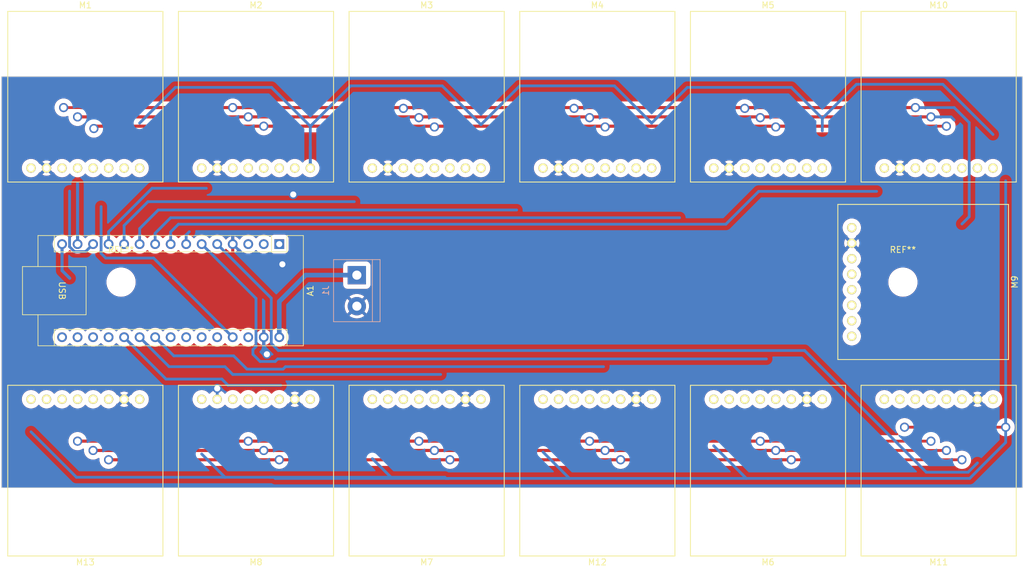
<source format=kicad_pcb>
(kicad_pcb (version 20221018) (generator pcbnew)
  (layers (0 "F.Cu" signal) (31 "B.Cu" signal) (34 "B.Paste" user) (35 "F.Paste" user) (36 "B.SilkS" user "B.Silkscreen") (37 "F.SilkS" user "F.Silkscreen") (38 "B.Mask" user) (39 "F.Mask" user) (44 "Edge.Cuts" user))
  (net 0 "")
  (net 4 "GND")
  (net 5 "CS0")
  (net 6 "CS1")
  (net 7 "CS2")
  (net 8 "CS3")
  (net 9 "CS4")
  (net 10 "CS5")
  (net 11 "CS6")
  (net 12 "CS7")
  (net 13 "CS8")
  (net 14 "MOSI")
  (net 15 "MISO")
  (net 16 "SCK")
  (net 19 "CS9")
  (net 20 "CS10")
  (net 21 "CS11")
  (net 22 "CS12")
  (net 28 "Net-(A1-VIN)")
  (net 30 "+5V")
  (net 33 "unconnected-(M2-RDY-Pad1)")
  (net 54 "unconnected-(M13-3V3-Pad6)")
  (net 55 "unconnected-(M13-RDY-Pad1)")
  (footprint "insensitiveclod:MAX31865-module-Adafruit" (layer "F.Cu") (at 120.65 134.874 180)
    (fp_text reference "M13" (at 0 -16.256) (layer "F.SilkS"))
    (fp_text value "MAX31865-adafruit-module")
    (fp_line (start -12.7 -15.24) (end 12.7 -15.24) (stroke (width 0.15)) (layer "F.SilkS"))
    (fp_line (start -12.7 12.7) (end -12.7 -15.24) (stroke (width 0.15)) (layer "F.SilkS"))
    (fp_line (start 12.7 -15.24) (end 12.7 12.7) (stroke (width 0.15)) (layer "F.SilkS"))
    (fp_line (start 12.7 12.7) (end -12.7 12.7) (stroke (width 0.15)) (layer "F.SilkS"))
    (pad "1" thru_hole circle (at 8.89 10.414 180) (size 1.524 1.524) (drill 1) (layers "*.Cu" "*.Mask" "F.SilkS") (net 55 "unconnected-(M13-RDY-Pad1)"))
    (pad "2" thru_hole circle (at 6.35 10.414 180) (size 1.524 1.524) (drill 1) (layers "*.Cu" "*.Mask" "F.SilkS") (net 19 "CS9"))
    (pad "3" thru_hole circle (at 3.81 10.414 180) (size 1.524 1.524) (drill 1) (layers "*.Cu" "*.Mask" "F.SilkS") (net 14 "MOSI"))
    (pad "4" thru_hole circle (at 1.27 10.414 180) (size 1.524 1.524) (drill 1) (layers "*.Cu" "*.Mask" "F.SilkS") (net 15 "MISO"))
    (pad "5" thru_hole circle (at -1.27 10.414 180) (size 1.524 1.524) (drill 1) (layers "*.Cu" "*.Mask" "F.SilkS") (net 16 "SCK"))
    (pad "6" thru_hole circle (at -3.81 10.414 180) (size 1.524 1.524) (drill 1) (layers "*.Cu" "*.Mask" "F.SilkS") (net 54 "unconnected-(M13-3V3-Pad6)"))
    (pad "7" thru_hole circle (at -6.35 10.414 180) (size 1.524 1.524) (drill 1) (layers "*.Cu" "*.Mask" "F.SilkS") (net 4 "GND"))
    (pad "8" thru_hole circle (at -8.89 10.414 180) (size 1.524 1.524) (drill 1) (layers "*.Cu" "*.Mask" "F.SilkS") (net 30 "+5V"))
  )
  (footprint "insensitiveclod:MAX31865-module-Adafruit" (layer "F.Cu") (at 232.41 134.874 180)
    (fp_text reference "M6" (at 0 -16.256) (layer "F.SilkS"))
    (fp_text value "MAX31865-adafruit-module")
    (fp_line (start -12.7 -15.24) (end 12.7 -15.24) (stroke (width 0.15)) (layer "F.SilkS"))
    (fp_line (start -12.7 12.7) (end -12.7 -15.24) (stroke (width 0.15)) (layer "F.SilkS"))
    (fp_line (start 12.7 -15.24) (end 12.7 12.7) (stroke (width 0.15)) (layer "F.SilkS"))
    (fp_line (start 12.7 12.7) (end -12.7 12.7) (stroke (width 0.15)) (layer "F.SilkS"))
    (pad "1" thru_hole circle (at 8.89 10.414 180) (size 1.524 1.524) (drill 1) (layers "*.Cu" "*.Mask" "F.SilkS"))
    (pad "2" thru_hole circle (at 6.35 10.414 180) (size 1.524 1.524) (drill 1) (layers "*.Cu" "*.Mask" "F.SilkS") (net 6 "CS1"))
    (pad "3" thru_hole circle (at 3.81 10.414 180) (size 1.524 1.524) (drill 1) (layers "*.Cu" "*.Mask" "F.SilkS") (net 14 "MOSI"))
    (pad "4" thru_hole circle (at 1.27 10.414 180) (size 1.524 1.524) (drill 1) (layers "*.Cu" "*.Mask" "F.SilkS") (net 15 "MISO"))
    (pad "5" thru_hole circle (at -1.27 10.414 180) (size 1.524 1.524) (drill 1) (layers "*.Cu" "*.Mask" "F.SilkS") (net 16 "SCK"))
    (pad "6" thru_hole circle (at -3.81 10.414 180) (size 1.524 1.524) (drill 1) (layers "*.Cu" "*.Mask" "F.SilkS"))
    (pad "7" thru_hole circle (at -6.35 10.414 180) (size 1.524 1.524) (drill 1) (layers "*.Cu" "*.Mask" "F.SilkS") (net 4 "GND"))
    (pad "8" thru_hole circle (at -8.89 10.414 180) (size 1.524 1.524) (drill 1) (layers "*.Cu" "*.Mask" "F.SilkS") (net 30 "+5V"))
  )
  (footprint "insensitiveclod:MAX31865-module-Adafruit" (layer "F.Cu") (at 148.59 134.874 180)
    (fp_text reference "M8" (at 0 -16.256) (layer "F.SilkS"))
    (fp_text value "MAX31865-adafruit-module")
    (fp_line (start -12.7 -15.24) (end 12.7 -15.24) (stroke (width 0.15)) (layer "F.SilkS"))
    (fp_line (start -12.7 12.7) (end -12.7 -15.24) (stroke (width 0.15)) (layer "F.SilkS"))
    (fp_line (start 12.7 -15.24) (end 12.7 12.7) (stroke (width 0.15)) (layer "F.SilkS"))
    (fp_line (start 12.7 12.7) (end -12.7 12.7) (stroke (width 0.15)) (layer "F.SilkS"))
    (pad "1" thru_hole circle (at 8.89 10.414 180) (size 1.524 1.524) (drill 1) (layers "*.Cu" "*.Mask" "F.SilkS"))
    (pad "2" thru_hole circle (at 6.35 10.414 180) (size 1.524 1.524) (drill 1) (layers "*.Cu" "*.Mask" "F.SilkS") (net 20 "CS10"))
    (pad "3" thru_hole circle (at 3.81 10.414 180) (size 1.524 1.524) (drill 1) (layers "*.Cu" "*.Mask" "F.SilkS") (net 14 "MOSI"))
    (pad "4" thru_hole circle (at 1.27 10.414 180) (size 1.524 1.524) (drill 1) (layers "*.Cu" "*.Mask" "F.SilkS") (net 15 "MISO"))
    (pad "5" thru_hole circle (at -1.27 10.414 180) (size 1.524 1.524) (drill 1) (layers "*.Cu" "*.Mask" "F.SilkS") (net 16 "SCK"))
    (pad "6" thru_hole circle (at -3.81 10.414 180) (size 1.524 1.524) (drill 1) (layers "*.Cu" "*.Mask" "F.SilkS"))
    (pad "7" thru_hole circle (at -6.35 10.414 180) (size 1.524 1.524) (drill 1) (layers "*.Cu" "*.Mask" "F.SilkS") (net 4 "GND"))
    (pad "8" thru_hole circle (at -8.89 10.414 180) (size 1.524 1.524) (drill 1) (layers "*.Cu" "*.Mask" "F.SilkS") (net 30 "+5V"))
  )
  (footprint "MountingHole:MountingHole_4.3mm_M4" (layer "F.Cu") (at 254.5 105.283)
    (fp_text reference "REF**" (at 0 -5.3) (layer "F.SilkS"))
    (fp_text value "MountingHole_4.3mm_M4")
    (pad "" np_thru_hole circle (at 0 0) (size 4.3 4.3) (drill 4.3) (layers "*.Cu" "*.Mask"))
  )
  (footprint "insensitiveclod:MAX31865-module-Adafruit" (layer "F.Cu") (at 176.53 134.874 180)
    (fp_text reference "M7" (at 0 -16.256) (layer "F.SilkS"))
    (fp_text value "MAX31865-adafruit-module")
    (fp_line (start -12.7 -15.24) (end 12.7 -15.24) (stroke (width 0.15)) (layer "F.SilkS"))
    (fp_line (start -12.7 12.7) (end -12.7 -15.24) (stroke (width 0.15)) (layer "F.SilkS"))
    (fp_line (start 12.7 -15.24) (end 12.7 12.7) (stroke (width 0.15)) (layer "F.SilkS"))
    (fp_line (start 12.7 12.7) (end -12.7 12.7) (stroke (width 0.15)) (layer "F.SilkS"))
    (pad "1" thru_hole circle (at 8.89 10.414 180) (size 1.524 1.524) (drill 1) (layers "*.Cu" "*.Mask" "F.SilkS"))
    (pad "2" thru_hole circle (at 6.35 10.414 180) (size 1.524 1.524) (drill 1) (layers "*.Cu" "*.Mask" "F.SilkS") (net 21 "CS11"))
    (pad "3" thru_hole circle (at 3.81 10.414 180) (size 1.524 1.524) (drill 1) (layers "*.Cu" "*.Mask" "F.SilkS") (net 14 "MOSI"))
    (pad "4" thru_hole circle (at 1.27 10.414 180) (size 1.524 1.524) (drill 1) (layers "*.Cu" "*.Mask" "F.SilkS") (net 15 "MISO"))
    (pad "5" thru_hole circle (at -1.27 10.414 180) (size 1.524 1.524) (drill 1) (layers "*.Cu" "*.Mask" "F.SilkS") (net 16 "SCK"))
    (pad "6" thru_hole circle (at -3.81 10.414 180) (size 1.524 1.524) (drill 1) (layers "*.Cu" "*.Mask" "F.SilkS"))
    (pad "7" thru_hole circle (at -6.35 10.414 180) (size 1.524 1.524) (drill 1) (layers "*.Cu" "*.Mask" "F.SilkS") (net 4 "GND"))
    (pad "8" thru_hole circle (at -8.89 10.414 180) (size 1.524 1.524) (drill 1) (layers "*.Cu" "*.Mask" "F.SilkS") (net 30 "+5V"))
  )
  (footprint "Module:Arduino_Nano" (layer "F.Cu") (at 152.4 99.06 -90)
    (fp_text reference "A1" (at 7.62 -5.08 90) (layer "F.SilkS"))
    (fp_text value "Arduino_Nano_v3.x")
    (fp_text user "USB" (at 7.62 35.56 -90 unlocked) (layer "F.SilkS"))
    (fp_line (start -1.4 -3.94) (end -1.4 -1.27) (stroke (width 0.12)) (layer "F.SilkS"))
    (fp_line (start -1.4 1.27) (end -1.4 39.5) (stroke (width 0.12)) (layer "F.SilkS"))
    (fp_line (start -1.4 39.5) (end 3.68 39.5) (stroke (width 0.12)) (layer "F.SilkS"))
    (fp_line (start 1.27 -1.27) (end -1.4 -1.27) (stroke (width 0.12)) (layer "F.SilkS"))
    (fp_line (start 1.27 1.27) (end -1.4 1.27) (stroke (width 0.12)) (layer "F.SilkS"))
    (fp_line (start 1.27 1.27) (end 1.27 -1.27) (stroke (width 0.12)) (layer "F.SilkS"))
    (fp_line (start 1.27 1.27) (end 1.27 36.83) (stroke (width 0.12)) (layer "F.SilkS"))
    (fp_line (start 1.27 36.83) (end -1.4 36.83) (stroke (width 0.12)) (layer "F.SilkS"))
    (fp_line (start 3.68 31.62) (end 11.56 31.62) (stroke (width 0.12)) (layer "F.SilkS"))
    (fp_line (start 3.68 42.04) (end 3.68 31.62) (stroke (width 0.12)) (layer "F.SilkS"))
    (fp_line (start 11.56 31.62) (end 11.56 42.04) (stroke (width 0.12)) (layer "F.SilkS"))
    (fp_line (start 11.56 42.04) (end 3.68 42.04) (stroke (width 0.12)) (layer "F.SilkS"))
    (fp_line (start 13.97 -1.27) (end 13.97 36.83) (stroke (width 0.12)) (layer "F.SilkS"))
    (fp_line (start 13.97 -1.27) (end 16.64 -1.27) (stroke (width 0.12)) (layer "F.SilkS"))
    (fp_line (start 13.97 36.83) (end 16.64 36.83) (stroke (width 0.12)) (layer "F.SilkS"))
    (fp_line (start 16.64 -3.94) (end -1.4 -3.94) (stroke (width 0.12)) (layer "F.SilkS"))
    (fp_line (start 16.64 39.5) (end 11.56 39.5) (stroke (width 0.12)) (layer "F.SilkS"))
    (fp_line (start 16.64 39.5) (end 16.64 -3.94) (stroke (width 0.12)) (layer "F.SilkS"))
    (pad "1" thru_hole rect (at 0 0 270) (size 1.6 1.6) (drill 1) (layers "*.Cu" "*.Mask"))
    (pad "2" thru_hole oval (at 0 2.54 270) (size 1.6 1.6) (drill 1) (layers "*.Cu" "*.Mask"))
    (pad "3" thru_hole oval (at 0 5.08 270) (size 1.6 1.6) (drill 1) (layers "*.Cu" "*.Mask"))
    (pad "4" thru_hole oval (at 0 7.62 270) (size 1.6 1.6) (drill 1) (layers "*.Cu" "*.Mask") (net 4 "GND"))
    (pad "5" thru_hole oval (at 0 10.16 270) (size 1.6 1.6) (drill 1) (layers "*.Cu" "*.Mask") (net 5 "CS0"))
    (pad "6" thru_hole oval (at 0 12.7 270) (size 1.6 1.6) (drill 1) (layers "*.Cu" "*.Mask") (net 6 "CS1"))
    (pad "7" thru_hole oval (at 0 15.24 270) (size 1.6 1.6) (drill 1) (layers "*.Cu" "*.Mask") (net 7 "CS2"))
    (pad "8" thru_hole oval (at 0 17.78 270) (size 1.6 1.6) (drill 1) (layers "*.Cu" "*.Mask") (net 8 "CS3"))
    (pad "9" thru_hole oval (at 0 20.32 270) (size 1.6 1.6) (drill 1) (layers "*.Cu" "*.Mask") (net 9 "CS4"))
    (pad "10" thru_hole oval (at 0 22.86 270) (size 1.6 1.6) (drill 1) (layers "*.Cu" "*.Mask") (net 10 "CS5"))
    (pad "11" thru_hole oval (at 0 25.4 270) (size 1.6 1.6) (drill 1) (layers "*.Cu" "*.Mask") (net 11 "CS6"))
    (pad "12" thru_hole oval (at 0 27.94 270) (size 1.6 1.6) (drill 1) (layers "*.Cu" "*.Mask") (net 12 "CS7"))
    (pad "13" thru_hole oval (at 0 30.48 270) (size 1.6 1.6) (drill 1) (layers "*.Cu" "*.Mask") (net 13 "CS8"))
    (pad "14" thru_hole oval (at 0 33.02 270) (size 1.6 1.6) (drill 1) (layers "*.Cu" "*.Mask") (net 14 "MOSI"))
    (pad "15" thru_hole oval (at 0 35.56 270) (size 1.6 1.6) (drill 1) (layers "*.Cu" "*.Mask") (net 15 "MISO"))
    (pad "16" thru_hole oval (at 15.24 35.56 270) (size 1.6 1.6) (drill 1) (layers "*.Cu" "*.Mask") (net 16 "SCK"))
    (pad "17" thru_hole oval (at 15.24 33.02 270) (size 1.6 1.6) (drill 1) (layers "*.Cu" "*.Mask"))
    (pad "18" thru_hole oval (at 15.24 30.48 270) (size 1.6 1.6) (drill 1) (layers "*.Cu" "*.Mask"))
    (pad "19" thru_hole oval (at 15.24 27.94 270) (size 1.6 1.6) (drill 1) (layers "*.Cu" "*.Mask") (net 19 "CS9"))
    (pad "20" thru_hole oval (at 15.24 25.4 270) (size 1.6 1.6) (drill 1) (layers "*.Cu" "*.Mask") (net 20 "CS10"))
    (pad "21" thru_hole oval (at 15.24 22.86 270) (size 1.6 1.6) (drill 1) (layers "*.Cu" "*.Mask") (net 21 "CS11"))
    (pad "22" thru_hole oval (at 15.24 20.32 270) (size 1.6 1.6) (drill 1) (layers "*.Cu" "*.Mask") (net 22 "CS12"))
    (pad "23" thru_hole oval (at 15.24 17.78 270) (size 1.6 1.6) (drill 1) (layers "*.Cu" "*.Mask"))
    (pad "24" thru_hole oval (at 15.24 15.24 270) (size 1.6 1.6) (drill 1) (layers "*.Cu" "*.Mask"))
    (pad "25" thru_hole oval (at 15.24 12.7 270) (size 1.6 1.6) (drill 1) (layers "*.Cu" "*.Mask"))
    (pad "26" thru_hole oval (at 15.24 10.16 270) (size 1.6 1.6) (drill 1) (layers "*.Cu" "*.Mask"))
    (pad "27" thru_hole oval (at 15.24 7.62 270) (size 1.6 1.6) (drill 1) (layers "*.Cu" "*.Mask") (net 30 "+5V"))
    (pad "28" thru_hole oval (at 15.24 5.08 270) (size 1.6 1.6) (drill 1) (layers "*.Cu" "*.Mask"))
    (pad "29" thru_hole oval (at 15.24 2.54 270) (size 1.6 1.6) (drill 1) (layers "*.Cu" "*.Mask") (net 4 "GND"))
    (pad "30" thru_hole oval (at 15.24 0 270) (size 1.6 1.6) (drill 1) (layers "*.Cu" "*.Mask") (net 28 "Net-(A1-VIN)"))
  )
  (footprint "insensitiveclod:MAX31865-module-Adafruit" (layer "F.Cu") (at 232.41 76.2)
    (fp_text reference "M5" (at 0 -16.256) (layer "F.SilkS"))
    (fp_text value "MAX31865-adafruit-module")
    (fp_line (start -12.7 -15.24) (end 12.7 -15.24) (stroke (width 0.15)) (layer "F.SilkS"))
    (fp_line (start -12.7 12.7) (end -12.7 -15.24) (stroke (width 0.15)) (layer "F.SilkS"))
    (fp_line (start 12.7 -15.24) (end 12.7 12.7) (stroke (width 0.15)) (layer "F.SilkS"))
    (fp_line (start 12.7 12.7) (end -12.7 12.7) (stroke (width 0.15)) (layer "F.SilkS"))
    (pad "1" thru_hole circle (at 8.89 10.414) (size 1.524 1.524) (drill 1) (layers "*.Cu" "*.Mask" "F.SilkS"))
    (pad "2" thru_hole circle (at 6.35 10.414) (size 1.524 1.524) (drill 1) (layers "*.Cu" "*.Mask" "F.SilkS") (net 9 "CS4"))
    (pad "3" thru_hole circle (at 3.81 10.414) (size 1.524 1.524) (drill 1) (layers "*.Cu" "*.Mask" "F.SilkS") (net 14 "MOSI"))
    (pad "4" thru_hole circle (at 1.27 10.414) (size 1.524 1.524) (drill 1) (layers "*.Cu" "*.Mask" "F.SilkS") (net 15 "MISO"))
    (pad "5" thru_hole circle (at -1.27 10.414) (size 1.524 1.524) (drill 1) (layers "*.Cu" "*.Mask" "F.SilkS") (net 16 "SCK"))
    (pad "6" thru_hole circle (at -3.81 10.414) (size 1.524 1.524) (drill 1) (layers "*.Cu" "*.Mask" "F.SilkS"))
    (pad "7" thru_hole circle (at -6.35 10.414) (size 1.524 1.524) (drill 1) (layers "*.Cu" "*.Mask" "F.SilkS") (net 4 "GND"))
    (pad "8" thru_hole circle (at -8.89 10.414) (size 1.524 1.524) (drill 1) (layers "*.Cu" "*.Mask" "F.SilkS") (net 30 "+5V"))
  )
  (footprint "insensitiveclod:MAX31865-module-Adafruit" (layer "F.Cu") (at 204.47 134.874 180)
    (fp_text reference "M12" (at 0 -16.256) (layer "F.SilkS"))
    (fp_text value "MAX31865-adafruit-module")
    (fp_line (start -12.7 -15.24) (end 12.7 -15.24) (stroke (width 0.15)) (layer "F.SilkS"))
    (fp_line (start -12.7 12.7) (end -12.7 -15.24) (stroke (width 0.15)) (layer "F.SilkS"))
    (fp_line (start 12.7 -15.24) (end 12.7 12.7) (stroke (width 0.15)) (layer "F.SilkS"))
    (fp_line (start 12.7 12.7) (end -12.7 12.7) (stroke (width 0.15)) (layer "F.SilkS"))
    (pad "1" thru_hole circle (at 8.89 10.414 180) (size 1.524 1.524) (drill 1) (layers "*.Cu" "*.Mask" "F.SilkS"))
    (pad "2" thru_hole circle (at 6.35 10.414 180) (size 1.524 1.524) (drill 1) (layers "*.Cu" "*.Mask" "F.SilkS") (net 22 "CS12"))
    (pad "3" thru_hole circle (at 3.81 10.414 180) (size 1.524 1.524) (drill 1) (layers "*.Cu" "*.Mask" "F.SilkS") (net 14 "MOSI"))
    (pad "4" thru_hole circle (at 1.27 10.414 180) (size 1.524 1.524) (drill 1) (layers "*.Cu" "*.Mask" "F.SilkS") (net 15 "MISO"))
    (pad "5" thru_hole circle (at -1.27 10.414 180) (size 1.524 1.524) (drill 1) (layers "*.Cu" "*.Mask" "F.SilkS") (net 16 "SCK"))
    (pad "6" thru_hole circle (at -3.81 10.414 180) (size 1.524 1.524) (drill 1) (layers "*.Cu" "*.Mask" "F.SilkS"))
    (pad "7" thru_hole circle (at -6.35 10.414 180) (size 1.524 1.524) (drill 1) (layers "*.Cu" "*.Mask" "F.SilkS") (net 4 "GND"))
    (pad "8" thru_hole circle (at -8.89 10.414 180) (size 1.524 1.524) (drill 1) (layers "*.Cu" "*.Mask" "F.SilkS") (net 30 "+5V"))
  )
  (footprint "MountingHole:MountingHole_4.3mm_M4" (layer "F.Cu") (at 126.5 105.283)
    (fp_text reference "REF**" (at 0 -5.3) (layer "F.SilkS"))
    (fp_text value "MountingHole_4.3mm_M4")
    (pad "" np_thru_hole circle (at 0 0) (size 4.3 4.3) (drill 4.3) (layers "*.Cu" "*.Mask"))
  )
  (footprint "insensitiveclod:MAX31865-module-Adafruit" (layer "F.Cu") (at 260.35 134.874 180)
    (fp_text reference "M11" (at 0 -16.256) (layer "F.SilkS"))
    (fp_text value "MAX31865-adafruit-module")
    (fp_line (start -12.7 -15.24) (end 12.7 -15.24) (stroke (width 0.15)) (layer "F.SilkS"))
    (fp_line (start -12.7 12.7) (end -12.7 -15.24) (stroke (width 0.15)) (layer "F.SilkS"))
    (fp_line (start 12.7 -15.24) (end 12.7 12.7) (stroke (width 0.15)) (layer "F.SilkS"))
    (fp_line (start 12.7 12.7) (end -12.7 12.7) (stroke (width 0.15)) (layer "F.SilkS"))
    (pad "1" thru_hole circle (at 8.89 10.414 180) (size 1.524 1.524) (drill 1) (layers "*.Cu" "*.Mask" "F.SilkS"))
    (pad "2" thru_hole circle (at 6.35 10.414 180) (size 1.524 1.524) (drill 1) (layers "*.Cu" "*.Mask" "F.SilkS") (net 5 "CS0"))
    (pad "3" thru_hole circle (at 3.81 10.414 180) (size 1.524 1.524) (drill 1) (layers "*.Cu" "*.Mask" "F.SilkS") (net 14 "MOSI"))
    (pad "4" thru_hole circle (at 1.27 10.414 180) (size 1.524 1.524) (drill 1) (layers "*.Cu" "*.Mask" "F.SilkS") (net 15 "MISO"))
    (pad "5" thru_hole circle (at -1.27 10.414 180) (size 1.524 1.524) (drill 1) (layers "*.Cu" "*.Mask" "F.SilkS") (net 16 "SCK"))
    (pad "6" thru_hole circle (at -3.81 10.414 180) (size 1.524 1.524) (drill 1) (layers "*.Cu" "*.Mask" "F.SilkS"))
    (pad "7" thru_hole circle (at -6.35 10.414 180) (size 1.524 1.524) (drill 1) (layers "*.Cu" "*.Mask" "F.SilkS") (net 4 "GND"))
    (pad "8" thru_hole circle (at -8.89 10.414 180) (size 1.524 1.524) (drill 1) (layers "*.Cu" "*.Mask" "F.SilkS") (net 30 "+5V"))
  )
  (footprint "insensitiveclod:MAX31865-module-Adafruit" (layer "F.Cu") (at 120.65 76.2)
    (fp_text reference "M1" (at 0 -16.256) (layer "F.SilkS"))
    (fp_text value "MAX31865-adafruit-module")
    (fp_line (start -12.7 -15.24) (end 12.7 -15.24) (stroke (width 0.15)) (layer "F.SilkS"))
    (fp_line (start -12.7 12.7) (end -12.7 -15.24) (stroke (width 0.15)) (layer "F.SilkS"))
    (fp_line (start 12.7 -15.24) (end 12.7 12.7) (stroke (width 0.15)) (layer "F.SilkS"))
    (fp_line (start 12.7 12.7) (end -12.7 12.7) (stroke (width 0.15)) (layer "F.SilkS"))
    (pad "1" thru_hole circle (at 8.89 10.414) (size 1.524 1.524) (drill 1) (layers "*.Cu" "*.Mask" "F.SilkS"))
    (pad "2" thru_hole circle (at 6.35 10.414) (size 1.524 1.524) (drill 1) (layers "*.Cu" "*.Mask" "F.SilkS") (net 13 "CS8"))
    (pad "3" thru_hole circle (at 3.81 10.414) (size 1.524 1.524) (drill 1) (layers "*.Cu" "*.Mask" "F.SilkS") (net 14 "MOSI"))
    (pad "4" thru_hole circle (at 1.27 10.414) (size 1.524 1.524) (drill 1) (layers "*.Cu" "*.Mask" "F.SilkS") (net 15 "MISO"))
    (pad "5" thru_hole circle (at -1.27 10.414) (size 1.524 1.524) (drill 1) (layers "*.Cu" "*.Mask" "F.SilkS") (net 16 "SCK"))
    (pad "6" thru_hole circle (at -3.81 10.414) (size 1.524 1.524) (drill 1) (layers "*.Cu" "*.Mask" "F.SilkS"))
    (pad "7" thru_hole circle (at -6.35 10.414) (size 1.524 1.524) (drill 1) (layers "*.Cu" "*.Mask" "F.SilkS") (net 4 "GND"))
    (pad "8" thru_hole circle (at -8.89 10.414) (size 1.524 1.524) (drill 1) (layers "*.Cu" "*.Mask" "F.SilkS") (net 30 "+5V"))
  )
  (footprint "insensitiveclod:MAX31865-module-Adafruit" (layer "F.Cu") (at 176.53 76.2)
    (fp_text reference "M3" (at 0 -16.256) (layer "F.SilkS"))
    (fp_text value "MAX31865-adafruit-module")
    (fp_line (start -12.7 -15.24) (end 12.7 -15.24) (stroke (width 0.15)) (layer "F.SilkS"))
    (fp_line (start -12.7 12.7) (end -12.7 -15.24) (stroke (width 0.15)) (layer "F.SilkS"))
    (fp_line (start 12.7 -15.24) (end 12.7 12.7) (stroke (width 0.15)) (layer "F.SilkS"))
    (fp_line (start 12.7 12.7) (end -12.7 12.7) (stroke (width 0.15)) (layer "F.SilkS"))
    (pad "1" thru_hole circle (at 8.89 10.414) (size 1.524 1.524) (drill 1) (layers "*.Cu" "*.Mask" "F.SilkS"))
    (pad "2" thru_hole circle (at 6.35 10.414) (size 1.524 1.524) (drill 1) (layers "*.Cu" "*.Mask" "F.SilkS") (net 11 "CS6"))
    (pad "3" thru_hole circle (at 3.81 10.414) (size 1.524 1.524) (drill 1) (layers "*.Cu" "*.Mask" "F.SilkS") (net 14 "MOSI"))
    (pad "4" thru_hole circle (at 1.27 10.414) (size 1.524 1.524) (drill 1) (layers "*.Cu" "*.Mask" "F.SilkS") (net 15 "MISO"))
    (pad "5" thru_hole circle (at -1.27 10.414) (size 1.524 1.524) (drill 1) (layers "*.Cu" "*.Mask" "F.SilkS") (net 16 "SCK"))
    (pad "6" thru_hole circle (at -3.81 10.414) (size 1.524 1.524) (drill 1) (layers "*.Cu" "*.Mask" "F.SilkS"))
    (pad "7" thru_hole circle (at -6.35 10.414) (size 1.524 1.524) (drill 1) (layers "*.Cu" "*.Mask" "F.SilkS") (net 4 "GND"))
    (pad "8" thru_hole circle (at -8.89 10.414) (size 1.524 1.524) (drill 1) (layers "*.Cu" "*.Mask" "F.SilkS") (net 30 "+5V"))
  )
  (footprint "insensitiveclod:MAX31865-module-Adafruit" (layer "F.Cu") (at 204.47 76.2)
    (fp_text reference "M4" (at 0 -16.256) (layer "F.SilkS"))
    (fp_text value "MAX31865-adafruit-module")
    (fp_line (start -12.7 -15.24) (end 12.7 -15.24) (stroke (width 0.15)) (layer "F.SilkS"))
    (fp_line (start -12.7 12.7) (end -12.7 -15.24) (stroke (width 0.15)) (layer "F.SilkS"))
    (fp_line (start 12.7 -15.24) (end 12.7 12.7) (stroke (width 0.15)) (layer "F.SilkS"))
    (fp_line (start 12.7 12.7) (end -12.7 12.7) (stroke (width 0.15)) (layer "F.SilkS"))
    (pad "1" thru_hole circle (at 8.89 10.414) (size 1.524 1.524) (drill 1) (layers "*.Cu" "*.Mask" "F.SilkS"))
    (pad "2" thru_hole circle (at 6.35 10.414) (size 1.524 1.524) (drill 1) (layers "*.Cu" "*.Mask" "F.SilkS") (net 10 "CS5"))
    (pad "3" thru_hole circle (at 3.81 10.414) (size 1.524 1.524) (drill 1) (layers "*.Cu" "*.Mask" "F.SilkS") (net 14 "MOSI"))
    (pad "4" thru_hole circle (at 1.27 10.414) (size 1.524 1.524) (drill 1) (layers "*.Cu" "*.Mask" "F.SilkS") (net 15 "MISO"))
    (pad "5" thru_hole circle (at -1.27 10.414) (size 1.524 1.524) (drill 1) (layers "*.Cu" "*.Mask" "F.SilkS") (net 16 "SCK"))
    (pad "6" thru_hole circle (at -3.81 10.414) (size 1.524 1.524) (drill 1) (layers "*.Cu" "*.Mask" "F.SilkS"))
    (pad "7" thru_hole circle (at -6.35 10.414) (size 1.524 1.524) (drill 1) (layers "*.Cu" "*.Mask" "F.SilkS") (net 4 "GND"))
    (pad "8" thru_hole circle (at -8.89 10.414) (size 1.524 1.524) (drill 1) (layers "*.Cu" "*.Mask" "F.SilkS") (net 30 "+5V"))
  )
  (footprint "insensitiveclod:MAX31865-module-Adafruit" (layer "F.Cu") (at 260.35 76.2)
    (fp_text reference "M10" (at 0 -16.256) (layer "F.SilkS"))
    (fp_text value "MAX31865-adafruit-module")
    (fp_line (start -12.7 -15.24) (end 12.7 -15.24) (stroke (width 0.15)) (layer "F.SilkS"))
    (fp_line (start -12.7 12.7) (end -12.7 -15.24) (stroke (width 0.15)) (layer "F.SilkS"))
    (fp_line (start 12.7 -15.24) (end 12.7 12.7) (stroke (width 0.15)) (layer "F.SilkS"))
    (fp_line (start 12.7 12.7) (end -12.7 12.7) (stroke (width 0.15)) (layer "F.SilkS"))
    (pad "1" thru_hole circle (at 8.89 10.414) (size 1.524 1.524) (drill 1) (layers "*.Cu" "*.Mask" "F.SilkS"))
    (pad "2" thru_hole circle (at 6.35 10.414) (size 1.524 1.524) (drill 1) (layers "*.Cu" "*.Mask" "F.SilkS") (net 8 "CS3"))
    (pad "3" thru_hole circle (at 3.81 10.414) (size 1.524 1.524) (drill 1) (layers "*.Cu" "*.Mask" "F.SilkS") (net 14 "MOSI"))
    (pad "4" thru_hole circle (at 1.27 10.414) (size 1.524 1.524) (drill 1) (layers "*.Cu" "*.Mask" "F.SilkS") (net 15 "MISO"))
    (pad "5" thru_hole circle (at -1.27 10.414) (size 1.524 1.524) (drill 1) (layers "*.Cu" "*.Mask" "F.SilkS") (net 16 "SCK"))
    (pad "6" thru_hole circle (at -3.81 10.414) (size 1.524 1.524) (drill 1) (layers "*.Cu" "*.Mask" "F.SilkS"))
    (pad "7" thru_hole circle (at -6.35 10.414) (size 1.524 1.524) (drill 1) (layers "*.Cu" "*.Mask" "F.SilkS") (net 4 "GND"))
    (pad "8" thru_hole circle (at -8.89 10.414) (size 1.524 1.524) (drill 1) (layers "*.Cu" "*.Mask" "F.SilkS") (net 30 "+5V"))
  )
  (footprint "insensitiveclod:MAX31865-module-Adafruit" (layer "F.Cu") (at 148.59 76.2)
    (fp_text reference "M2" (at 0 -16.256) (layer "F.SilkS"))
    (fp_text value "MAX31865-adafruit-module")
    (fp_line (start -12.7 -15.24) (end 12.7 -15.24) (stroke (width 0.15)) (layer "F.SilkS"))
    (fp_line (start -12.7 12.7) (end -12.7 -15.24) (stroke (width 0.15)) (layer "F.SilkS"))
    (fp_line (start 12.7 -15.24) (end 12.7 12.7) (stroke (width 0.15)) (layer "F.SilkS"))
    (fp_line (start 12.7 12.7) (end -12.7 12.7) (stroke (width 0.15)) (layer "F.SilkS"))
    (pad "1" thru_hole circle (at 8.89 10.414) (size 1.524 1.524) (drill 1) (layers "*.Cu" "*.Mask" "F.SilkS") (net 33 "unconnected-(M2-RDY-Pad1)"))
    (pad "2" thru_hole circle (at 6.35 10.414) (size 1.524 1.524) (drill 1) (layers "*.Cu" "*.Mask" "F.SilkS") (net 12 "CS7"))
    (pad "3" thru_hole circle (at 3.81 10.414) (size 1.524 1.524) (drill 1) (layers "*.Cu" "*.Mask" "F.SilkS") (net 14 "MOSI"))
    (pad "4" thru_hole circle (at 1.27 10.414) (size 1.524 1.524) (drill 1) (layers "*.Cu" "*.Mask" "F.SilkS") (net 15 "MISO"))
    (pad "5" thru_hole circle (at -1.27 10.414) (size 1.524 1.524) (drill 1) (layers "*.Cu" "*.Mask" "F.SilkS") (net 16 "SCK"))
    (pad "6" thru_hole circle (at -3.81 10.414) (size 1.524 1.524) (drill 1) (layers "*.Cu" "*.Mask" "F.SilkS"))
    (pad "7" thru_hole circle (at -6.35 10.414) (size 1.524 1.524) (drill 1) (layers "*.Cu" "*.Mask" "F.SilkS") (net 4 "GND"))
    (pad "8" thru_hole circle (at -8.89 10.414) (size 1.524 1.524) (drill 1) (layers "*.Cu" "*.Mask" "F.SilkS") (net 30 "+5V"))
  )
  (footprint "insensitiveclod:MAX31865-module-Adafruit" (layer "F.Cu") (at 256.54 105.2576 -90)
    (fp_text reference "M9" (at 0 -16.256 90) (layer "F.SilkS"))
    (fp_text value "MAX31865-adafruit-module")
    (fp_line (start -12.7 -15.24) (end 12.7 -15.24) (stroke (width 0.15)) (layer "F.SilkS"))
    (fp_line (start -12.7 12.7) (end -12.7 -15.24) (stroke (width 0.15)) (layer "F.SilkS"))
    (fp_line (start 12.7 -15.24) (end 12.7 12.7) (stroke (width 0.15)) (layer "F.SilkS"))
    (fp_line (start 12.7 12.7) (end -12.7 12.7) (stroke (width 0.15)) (layer "F.SilkS"))
    (pad "1" thru_hole circle (at 8.89 10.414 270) (size 1.524 1.524) (drill 1) (layers "*.Cu" "*.Mask" "F.SilkS"))
    (pad "2" thru_hole circle (at 6.35 10.414 270) (size 1.524 1.524) (drill 1) (layers "*.Cu" "*.Mask" "F.SilkS") (net 7 "CS2"))
    (pad "3" thru_hole circle (at 3.81 10.414 270) (size 1.524 1.524) (drill 1) (layers "*.Cu" "*.Mask" "F.SilkS") (net 14 "MOSI"))
    (pad "4" thru_hole circle (at 1.27 10.414 270) (size 1.524 1.524) (drill 1) (layers "*.Cu" "*.Mask" "F.SilkS") (net 15 "MISO"))
    (pad "5" thru_hole circle (at -1.27 10.414 270) (size 1.524 1.524) (drill 1) (layers "*.Cu" "*.Mask" "F.SilkS") (net 16 "SCK"))
    (pad "6" thru_hole circle (at -3.81 10.414 270) (size 1.524 1.524) (drill 1) (layers "*.Cu" "*.Mask" "F.SilkS"))
    (pad "7" thru_hole circle (at -6.35 10.414 270) (size 1.524 1.524) (drill 1) (layers "*.Cu" "*.Mask" "F.SilkS") (net 4 "GND"))
    (pad "8" thru_hole circle (at -8.89 10.414 270) (size 1.524 1.524) (drill 1) (layers "*.Cu" "*.Mask" "F.SilkS") (net 30 "+5V"))
  )
  (footprint "TerminalBlock:TerminalBlock_bornier-2_P5.08mm" (layer "B.Cu") (at 165.1 104.14 -90)
    (fp_text reference "J1" (at 2.54 5.08 90) (layer "B.SilkS") (effects (justify mirror)))
    (fp_text value "Screw_Terminal_01x02")
    (fp_line (start -2.54 -3.81) (end 7.62 -3.81) (stroke (width 0.12)) (layer "B.SilkS"))
    (fp_line (start -2.54 3.81) (end -2.54 -3.81) (stroke (width 0.12)) (layer "B.SilkS"))
    (fp_line (start 7.62 -3.81) (end 7.62 3.81) (stroke (width 0.12)) (layer "B.SilkS"))
    (fp_line (start 7.62 -2.54) (end -2.54 -2.54) (stroke (width 0.12)) (layer "B.SilkS"))
    (fp_line (start 7.62 3.81) (end -2.54 3.81) (stroke (width 0.12)) (layer "B.SilkS"))
    (pad "1" thru_hole rect (at 0 0 270) (size 3 3) (drill 1.5) (layers "*.Cu" "*.Mask") (net 28 "Net-(A1-VIN)"))
    (pad "2" thru_hole circle (at 5.08 0 270) (size 3 3) (drill 1.5) (layers "*.Cu" "*.Mask") (net 4 "GND"))
  )
  (gr_rect (start 106.934 71.628) (end 274.066 138.938) (stroke (width 0.1)) (fill none) (layer "Edge.Cuts"))
  (gr_text "S O L S T I C I O" (at 171.704 109.728) (layer "F.Cu" knockout) (effects (font (size 5 5) (thickness 1)) (justify left bottom)))
  (segment (start 152.908 102.362) (end 154.686 100.584) (width 0.4572) (layer "F.Cu") (net 4))
  (segment (start 144.018 117.094) (end 143.51 117.602) (width 0.4572) (layer "F.Cu") (net 4))
  (segment (start 143.51 117.602) (end 142.24 118.872) (width 0.4572) (layer "F.Cu") (net 4))
  (segment (start 142.24 118.872) (end 142.24 122.682) (width 0.4572) (layer "F.Cu") (net 4))
  (segment (start 150.368 117.094) (end 144.018 117.094) (width 0.4572) (layer "F.Cu") (net 4))
  (segment (start 154.686 100.584) (end 154.686 90.932) (width 0.4572) (layer "F.Cu") (net 4))
  (via (at 152.908 102.362) (size 1.5) (drill 1) (layers "F.Cu" "B.Cu") (net 4))
  (via (at 142.24 122.682) (size 1.5) (drill 1) (layers "F.Cu" "B.Cu") (net 4))
  (via (at 150.368 117.094) (size 1.5) (drill 1) (layers "F.Cu" "B.Cu") (net 4))
  (via (at 154.686 90.932) (size 1.5) (drill 1) (layers "F.Cu" "B.Cu") (net 4))
  (segment (start 149.86 116.586) (end 150.368 117.094) (width 0.4572) (layer "B.Cu") (net 4))
  (segment (start 148.082 102.362) (end 152.908 102.362) (width 0.4572) (layer "B.Cu") (net 4))
  (segment (start 144.78 99.06) (end 148.082 102.362) (width 0.4572) (layer "B.Cu") (net 4))
  (segment (start 149.86 114.3) (end 149.86 116.586) (width 0.4572) (layer "B.Cu") (net 4))
  (segment (start 142.24 122.682) (end 142.24 124.46) (width 0.4572) (layer "B.Cu") (net 4))
  (segment (start 258.318 136.398) (end 265.176 136.398) (width 0.4572) (layer "B.Cu") (net 5))
  (segment (start 152.2523 116.4797) (end 238.3997 116.4797) (width 0.4572) (layer "B.Cu") (net 5))
  (segment (start 151.0886 115.316) (end 152.2523 116.4797) (width 0.4572) (layer "B.Cu") (net 5))
  (segment (start 238.3997 116.4797) (end 258.318 136.398) (width 0.4572) (layer "B.Cu") (net 5))
  (segment (start 142.24 99.06) (end 151.0886 107.9086) (width 0.4572) (layer "B.Cu") (net 5))
  (segment (start 265.176 136.398) (end 266.7 134.874) (width 0.4572) (layer "B.Cu") (net 5))
  (segment (start 151.0886 107.9086) (end 151.0886 115.316) (width 0.4572) (layer "B.Cu") (net 5))
  (segment (start 148.59 107.95) (end 139.7 99.06) (width 0.4572) (layer "B.Cu") (net 6))
  (segment (start 149.2606 118.2726) (end 148.082 117.094) (width 0.4572) (layer "B.Cu") (net 6))
  (segment (start 148.59 115.824) (end 148.59 107.95) (width 0.4572) (layer "B.Cu") (net 6))
  (segment (start 148.082 116.332) (end 148.59 115.824) (width 0.4572) (layer "B.Cu") (net 6))
  (segment (start 151.7294 118.2726) (end 149.2606 118.2726) (width 0.4572) (layer "B.Cu") (net 6))
  (segment (start 152.146 117.856) (end 151.7294 118.2726) (width 0.4572) (layer "B.Cu") (net 6))
  (segment (start 148.082 117.094) (end 148.082 116.332) (width 0.4572) (layer "B.Cu") (net 6))
  (segment (start 232.156 117.856) (end 152.146 117.856) (width 0.4572) (layer "B.Cu") (net 6))
  (segment (start 137.16 97.536) (end 137.668 97.028) (width 0.4572) (layer "B.Cu") (net 7))
  (segment (start 137.16 99.06) (end 137.16 97.536) (width 0.4572) (layer "B.Cu") (net 7))
  (segment (start 134.62 97.0724) (end 135.89 95.8024) (width 0.4572) (layer "B.Cu") (net 8))
  (segment (start 230.886 90.424) (end 250.19 90.424) (width 0.4572) (layer "B.Cu") (net 8))
  (segment (start 135.89 95.8024) (end 225.5076 95.8024) (width 0.4572) (layer "B.Cu") (net 8))
  (segment (start 225.5076 95.8024) (end 230.886 90.424) (width 0.4572) (layer "B.Cu") (net 8))
  (segment (start 134.62 99.06) (end 134.62 97.0724) (width 0.4572) (layer "B.Cu") (net 8))
  (segment (start 132.08 99.06) (end 132.08 97.282) (width 0.4572) (layer "B.Cu") (net 9))
  (segment (start 132.08 97.282) (end 134.62 94.742) (width 0.4572) (layer "B.Cu") (net 9))
  (segment (start 134.62 94.742) (end 217.932 94.742) (width 0.4572) (layer "B.Cu") (net 9))
  (segment (start 129.54 99.06) (end 129.54 96.52) (width 0.4572) (layer "B.Cu") (net 10))
  (segment (start 132.588 93.472) (end 191.262 93.472) (width 0.4572) (layer "B.Cu") (net 10))
  (segment (start 129.54 96.52) (end 132.588 93.472) (width 0.4572) (layer "B.Cu") (net 10))
  (segment (start 130.9014 92.1106) (end 127 96.012) (width 0.4572) (layer "B.Cu") (net 11))
  (segment (start 127 96.012) (end 127 99.06) (width 0.4572) (layer "B.Cu") (net 11))
  (segment (start 164.6834 92.1106) (end 130.9014 92.1106) (width 0.4572) (layer "B.Cu") (net 11))
  (segment (start 154.686 86.868) (end 154.94 86.614) (width 0.4572) (layer "B.Cu") (net 12))
  (segment (start 131.572 89.916) (end 140.462 89.916) (width 0.4572) (layer "B.Cu") (net 12))
  (segment (start 124.46 99.06) (end 124.46 97.028) (width 0.4572) (layer "B.Cu") (net 12))
  (segment (start 124.46 97.028) (end 131.572 89.916) (width 0.4572) (layer "B.Cu") (net 12))
  (segment (start 118.0686 99.486103) (end 118.0686 90.3826) (width 0.4572) (layer "B.Cu") (net 13))
  (segment (start 118.871097 100.2886) (end 118.0686 99.486103) (width 0.4572) (layer "B.Cu") (net 13))
  (segment (start 121.92 99.06) (end 120.6914 100.2886) (width 0.4572) (layer "B.Cu") (net 13))
  (segment (start 120.6914 100.2886) (end 118.871097 100.2886) (width 0.4572) (layer "B.Cu") (net 13))
  (segment (start 117.094 76.708) (end 120.142 76.708) (width 0.4572) (layer "F.Cu") (net 14))
  (segment (start 120.142 76.708) (end 144.78 76.708) (width 0.508) (layer "F.Cu") (net 14))
  (segment (start 119.902737 76.708) (end 120.142 76.708) (width 0.508) (layer "F.Cu") (net 14))
  (segment (start 144.78 76.708) (end 256.54 76.708) (width 0.508) (layer "F.Cu") (net 14))
  (via (at 256.54 76.708) (size 1.5) (drill 1) (layers "F.Cu" "B.Cu") (net 14))
  (via (at 228.6 76.835) (size 1.5) (drill 1) (layers "F.Cu" "B.Cu") (net 14))
  (via (at 172.72 76.835) (size 1.5) (drill 1) (layers "F.Cu" "B.Cu") (net 14))
  (via (at 144.78 76.708) (size 1.5) (drill 1) (layers "F.Cu" "B.Cu") (net 14))
  (via (at 117.094 76.708) (size 1.5) (drill 1) (layers "F.Cu" "B.Cu") (net 14))
  (via (at 200.66 76.835) (size 1.5) (drill 1) (layers "F.Cu" "B.Cu") (net 14))
  (segment (start 265.3506 79.1686) (end 265.3506 94.5674) (width 0.4572) (layer "B.Cu") (net 14))
  (segment (start 265.3506 94.5674) (end 264.16 95.758) (width 0.4572) (layer "B.Cu") (net 14))
  (segment (start 119.38 99.06) (end 119.38 89.154) (width 0.508) (layer "B.Cu") (net 14))
  (segment (start 256.54 76.708) (end 262.89 76.708) (width 0.4572) (layer "B.Cu") (net 14))
  (segment (start 116.84 76.962) (end 117.094 76.708) (width 0.4572) (layer "B.Cu") (net 14))
  (segment (start 262.89 76.708) (end 265.3506 79.1686) (width 0.4572) (layer "B.Cu") (net 14))
  (segment (start 147.32 78.232) (end 259.08 78.232) (width 0.508) (layer "F.Cu") (net 15))
  (segment (start 233.68 132.842) (end 121.92 132.842) (width 0.508) (layer "F.Cu") (net 15))
  (segment (start 119.38 78.232) (end 147.32 78.232) (width 0.508) (layer "F.Cu") (net 15))
  (segment (start 233.68 132.842) (end 261.62 132.842) (width 0.4572) (layer "F.Cu") (net 15))
  (via (at 147.32 78.232) (size 1.5) (drill 1) (layers "F.Cu" "B.Cu") (net 15))
  (via (at 175.26 78.359) (size 1.5) (drill 1) (layers "F.Cu" "B.Cu") (net 15))
  (via (at 203.2 78.359) (size 1.5) (drill 1) (layers "F.Cu" "B.Cu") (net 15))
  (via (at 119.38 78.232) (size 1.5) (drill 1) (layers "F.Cu" "B.Cu") (net 15))
  (via (at 259.08 78.232) (size 1.5) (drill 1) (layers "F.Cu" "B.Cu") (net 15))
  (via (at 233.68 132.842) (size 1.5) (drill 1) (layers "F.Cu" "B.Cu") (net 15))
  (via (at 205.74 132.842) (size 1.5) (drill 1) (layers "F.Cu" "B.Cu") (net 15))
  (via (at 149.86 132.842) (size 1.5) (drill 1) (layers "F.Cu" "B.Cu") (net 15))
  (via (at 231.14 78.359) (size 1.5) (drill 1) (layers "F.Cu" "B.Cu") (net 15))
  (via (at 177.8 132.842) (size 1.5) (drill 1) (layers "F.Cu" "B.Cu") (net 15))
  (via (at 121.92 132.842) (size 1.5) (drill 1) (layers "F.Cu" "B.Cu") (net 15))
  (via (at 261.62 132.842) (size 1.5) (drill 1) (layers "F.Cu" "B.Cu") (net 15))
  (segment (start 116.84 99.06) (end 116.84 103.394) (width 0.508) (layer "B.Cu") (net 15))
  (segment (start 262.382 78.232) (end 262.89 78.74) (width 0.4572) (layer "B.Cu") (net 15))
  (segment (start 116.84 103.394) (end 118.094 104.648) (width 0.508) (layer "B.Cu") (net 15))
  (segment (start 259.08 78.232) (end 262.382 78.232) (width 0.4572) (layer "B.Cu") (net 15))
  (segment (start 122.047 80.137) (end 122.428 79.756) (width 0.508) (layer "F.Cu") (net 16))
  (segment (start 122.428 79.756) (end 149.86 79.756) (width 0.508) (layer "F.Cu") (net 16))
  (segment (start 259.08 131.318) (end 231.14 131.318) (width 0.4572) (layer "F.Cu") (net 16))
  (segment (start 261.62 79.756) (end 259.842 79.756) (width 0.4572) (layer "F.Cu") (net 16))
  (segment (start 149.86 79.756) (end 259.842 79.756) (width 0.508) (layer "F.Cu") (net 16))
  (segment (start 121.92 80.264) (end 122.047 80.137) (width 0.508) (layer "F.Cu") (net 16))
  (segment (start 231.14 131.318) (end 119.38 131.318) (width 0.508) (layer "F.Cu") (net 16))
  (via (at 231.14 131.318) (size 1.5) (drill 1) (layers "F.Cu" "B.Cu") (net 16))
  (via (at 177.8 79.883) (size 1.5) (drill 1) (layers "F.Cu" "B.Cu") (net 16))
  (via (at 149.86 79.756) (size 1.5) (drill 1) (layers "F.Cu" "B.Cu") (net 16))
  (via (at 147.32 131.318) (size 1.5) (drill 1) (layers "F.Cu" "B.Cu") (net 16))
  (via (at 233.68 79.883) (size 1.5) (drill 1) (layers "F.Cu" "B.Cu") (net 16))
  (via (at 205.74 79.883) (size 1.5) (drill 1) (layers "F.Cu" "B.Cu") (net 16))
  (via (at 175.26 131.318) (size 1.5) (drill 1) (layers "F.Cu" "B.Cu") (net 16))
  (via (at 259.08 131.318) (size 1.5) (drill 1) (layers "F.Cu" "B.Cu") (net 16))
  (via (at 122.047 80.137) (size 1.5) (drill 1) (layers "F.Cu" "B.Cu") (net 16))
  (via (at 119.38 131.318) (size 1.5) (drill 1) (layers "F.Cu" "B.Cu") (net 16))
  (via (at 261.62 79.756) (size 1.5) (drill 1) (layers "F.Cu" "B.Cu") (net 16))
  (via (at 203.2 131.318) (size 1.5) (drill 1) (layers "F.Cu" "B.Cu") (net 16))
  (segment (start 121.92 80.264) (end 122.047 80.137) (width 0.4572) (layer "B.Cu") (net 16))
  (segment (start 143.002 121.158) (end 144.018 122.174) (width 0.4572) (layer "B.Cu") (net 20))
  (segment (start 127 114.3) (end 133.858 121.158) (width 0.4572) (layer "B.Cu") (net 20))
  (segment (start 144.018 122.174) (end 152.654 122.174) (width 0.4572) (layer "B.Cu") (net 20))
  (segment (start 133.858 121.158) (end 143.002 121.158) (width 0.4572) (layer "B.Cu") (net 20))
  (segment (start 143.51 119.126) (end 134.366 119.126) (width 0.4572) (layer "B.Cu") (net 21))
  (segment (start 144.78 120.396) (end 143.51 119.126) (width 0.4572) (layer "B.Cu") (net 21))
  (segment (start 178.816 120.396) (end 144.78 120.396) (width 0.4572) (layer "B.Cu") (net 21))
  (segment (start 134.366 119.126) (end 129.54 114.3) (width 0.4572) (layer "B.Cu") (net 21))
  (segment (start 135.128 117.348) (end 144.9292 117.348) (width 0.4572) (layer "B.Cu") (net 22))
  (segment (start 153.0128 119.5292) (end 153.416 119.126) (width 0.4572) (layer "B.Cu") (net 22))
  (segment (start 132.08 114.3) (end 135.128 117.348) (width 0.4572) (layer "B.Cu") (net 22))
  (segment (start 153.416 119.126) (end 205.486 119.126) (width 0.4572) (layer "B.Cu") (net 22))
  (segment (start 147.1104 119.5292) (end 153.0128 119.5292) (width 0.4572) (layer "B.Cu") (net 22))
  (segment (start 144.9292 117.348) (end 147.1104 119.5292) (width 0.4572) (layer "B.Cu") (net 22))
  (segment (start 152.4 108.458) (end 156.718 104.14) (width 0.762) (layer "B.Cu") (net 28))
  (segment (start 156.718 104.14) (end 165.1 104.14) (width 0.762) (layer "B.Cu") (net 28))
  (segment (start 152.4 114.3) (end 152.4 108.458) (width 0.762) (layer "B.Cu") (net 28))
  (segment (start 131.826 101.346) (end 123.9934 101.346) (width 0.4572) (layer "B.Cu") (net 30))
  (segment (start 123.9934 101.346) (end 123.2314 100.584) (width 0.4572) (layer "B.Cu") (net 30))
  (segment (start 123.2314 100.584) (end 123.2314 92.9226) (width 0.4572) (layer "B.Cu") (net 30))
  (segment (start 144.78 114.3) (end 131.826 101.346) (width 0.4572) (layer "B.Cu") (net 30))
  (segment (start 157.48 79.756) (end 157.48 86.614) (width 0.4572) (layer "B.Cu") (net 33))
  (segment (start 179.07 73.152) (end 164.084 73.152) (width 0.4572) (layer "B.Cu") (net 33))
  (segment (start 219.202 73.406) (end 236.22 73.406) (width 0.4572) (layer "B.Cu") (net 33))
  (segment (start 207.264 73.152) (end 213.36 79.248) (width 0.4572) (layer "B.Cu") (net 33))
  (segment (start 241.3 78.486) (end 246.888 72.898) (width 0.4572) (layer "B.Cu") (net 33))
  (segment (start 185.42 79.502) (end 179.07 73.152) (width 0.4572) (layer "B.Cu") (net 33))
  (segment (start 185.42 79.502) (end 191.77 73.152) (width 0.4572) (layer "B.Cu") (net 33))
  (segment (start 135.382 73.406) (end 151.13 73.406) (width 0.4572) (layer "B.Cu") (net 33))
  (segment (start 129.54 79.248) (end 135.382 73.406) (width 0.4572) (layer "B.Cu") (net 33))
  (segment (start 261.025422 72.898) (end 269.24 81.112578) (width 0.4572) (layer "B.Cu") (net 33))
  (segment (start 241.3 78.486) (end 241.3 80.518) (width 0.4572) (layer "B.Cu") (net 33))
  (segment (start 246.888 72.898) (end 261.025422 72.898) (width 0.4572) (layer "B.Cu") (net 33))
  (segment (start 164.084 73.152) (end 157.48 79.756) (width 0.4572) (layer "B.Cu") (net 33))
  (segment (start 191.77 73.152) (end 207.264 73.152) (width 0.4572) (layer "B.Cu") (net 33))
  (segment (start 236.22 73.406) (end 241.3 78.486) (width 0.4572) (layer "B.Cu") (net 33))
  (segment (start 151.13 73.406) (end 157.48 79.756) (width 0.4572) (layer "B.Cu") (net 33))
  (segment (start 157.48 83.058) (end 157.48 86.614) (width 0.4572) (layer "B.Cu") (net 33))
  (segment (start 213.36 79.248) (end 219.202 73.406) (width 0.4572) (layer "B.Cu") (net 33))
  (segment (start 236.22 134.366) (end 264.16 134.366) (width 0.4572) (layer "F.Cu") (net 54))
  (segment (start 236.22 134.366) (end 124.46 134.366) (width 0.508) (layer "F.Cu") (net 54))
  (via (at 264.16 134.366) (size 1.5) (drill 1) (layers "F.Cu" "B.Cu") (net 54))
  (via (at 208.28 134.366) (size 1.5) (drill 1) (layers "F.Cu" "B.Cu") (net 54))
  (via (at 236.22 134.366) (size 1.5) (drill 1) (layers "F.Cu" "B.Cu") (net 54))
  (via (at 152.4 134.366) (size 1.5) (drill 1) (layers "F.Cu" "B.Cu") (net 54))
  (via (at 124.46 134.366) (size 1.5) (drill 1) (layers "F.Cu" "B.Cu") (net 54))
  (via (at 180.34 134.366) (size 1.5) (drill 1) (layers "F.Cu" "B.Cu") (net 54))
  (segment (start 254.762 129.032) (end 271.3196 129.032) (width 0.4572) (layer "F.Cu") (net 55))
  (via (at 254.762 129.032) (size 1.5) (drill 1) (layers "F.Cu" "B.Cu") (net 55))
  (via (at 271.3196 129.032) (size 1.5) (drill 1) (layers "F.Cu" "B.Cu") (net 55))
  (segment (start 265.43 137.414) (end 232.41 137.414) (width 0.4572) (layer "B.Cu") (net 55))
  (segment (start 151.566604 137.231396) (end 150.876 137.231396) (width 0.4572) (layer "B.Cu") (net 55))
  (segment (start 199.898 137.414) (end 180.086 137.414) (width 0.4572) (layer "B.Cu") (net 55))
  (segment (start 180.086 137.414) (end 151.749207 137.414) (width 0.4572) (layer "B.Cu") (net 55))
  (segment (start 150.876 137.231396) (end 170.688 137.231396) (width 0.4572) (layer "B.Cu") (net 55))
  (segment (start 223.52 132.08) (end 228.854 137.414) (width 0.4572) (layer "B.Cu") (net 55))
  (segment (start 195.58 133.096) (end 199.898 137.414) (width 0.4572) (layer "B.Cu") (net 55))
  (segment (start 143.51 137.231396) (end 119.197396 137.231396) (width 0.4572) (layer "B.Cu") (net 55))
  (segment (start 167.64 134.183396) (end 170.688 137.231396) (width 0.4572) (layer "B.Cu") (net 55))
  (segment (start 271.3196 131.5244) (end 265.43 137.414) (width 0.4572) (layer "B.Cu") (net 55))
  (segment (start 180.086 137.414) (end 179.689207 137.414) (width 0.4572) (layer "B.Cu") (net 55))
  (segment (start 271.3196 129.032) (end 271.3196 131.5244) (width 0.4572) (layer "B.Cu") (net 55))
  (segment (start 150.876 137.231396) (end 143.51 137.231396) (width 0.4572) (layer "B.Cu") (net 55))
  (segment (start 119.197396 137.231396) (end 111.76 129.794) (width 0.4572) (layer "B.Cu") (net 55))
  (segment (start 228.854 137.414) (end 207.629207 137.414) (width 0.4572) (layer "B.Cu") (net 55))
  (segment (start 179.506603 137.231396) (end 179.689207 137.414) (width 0.4572) (layer "B.Cu") (net 55))
  (segment (start 232.41 137.414) (end 228.854 137.414) (width 0.4572) (layer "B.Cu") (net 55))
  (segment (start 207.629207 137.414) (end 199.898 137.414) (width 0.4572) (layer "B.Cu") (net 55))
  (segment (start 151.749207 137.414) (end 151.566604 137.231396) (width 0.4572) (layer "B.Cu") (net 55))
  (segment (start 170.688 137.231396) (end 179.506603 137.231396) (width 0.4572) (layer "B.Cu") (net 55))
  (segment (start 271.3196 88.6936) (end 271.3196 129.032) (width 0.4572) (layer "B.Cu") (net 55))
  (segment (start 139.7 133.421396) (end 143.51 137.231396) (width 0.4572) (layer "B.Cu") (net 55))
  (zone (net 4) (net_name "GND") (layers "F&B.Cu") (connect_pads (clearance 0.75)) (min_thickness 0.25) (fill yes (thermal_gap 0.5) (thermal_bridge_width 0.5))
    (polygon (pts (xy 106.68 71.12) (xy 274.32 71.12) (xy 274.32 139.7) (xy 106.68 139.7)))
  )
)
</source>
